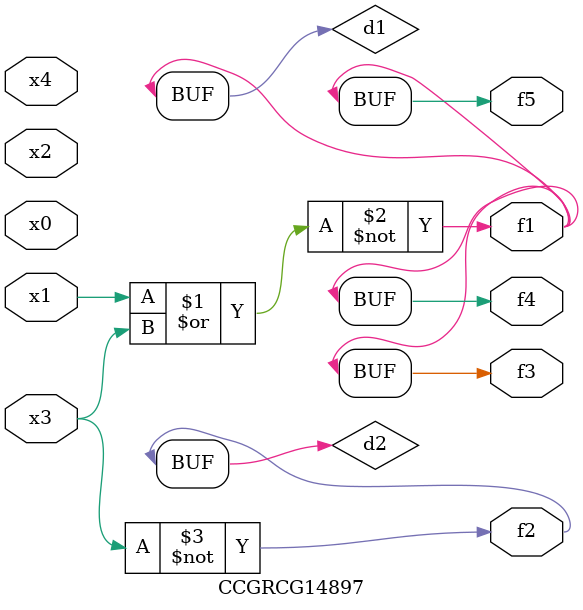
<source format=v>
module CCGRCG14897(
	input x0, x1, x2, x3, x4,
	output f1, f2, f3, f4, f5
);

	wire d1, d2;

	nor (d1, x1, x3);
	not (d2, x3);
	assign f1 = d1;
	assign f2 = d2;
	assign f3 = d1;
	assign f4 = d1;
	assign f5 = d1;
endmodule

</source>
